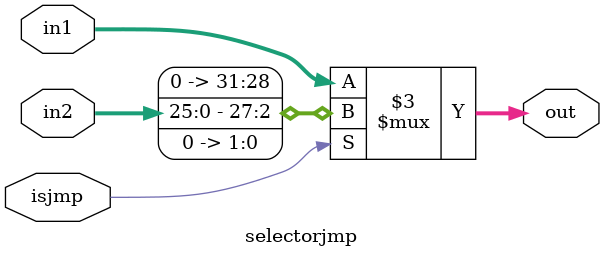
<source format=v>
module selectorjmp(input[31:0] in1,
				 input[25:0] in2,
				 input isjmp,
				 output reg[31:0] out);

always@(*)
begin 
	if(isjmp)
		out={{4{1'b0}},in2,{2{1'b0}}};
	else 
		out=in1;
end
				 
endmodule
    
	
	
	
	
	
		
		
		
		
</source>
